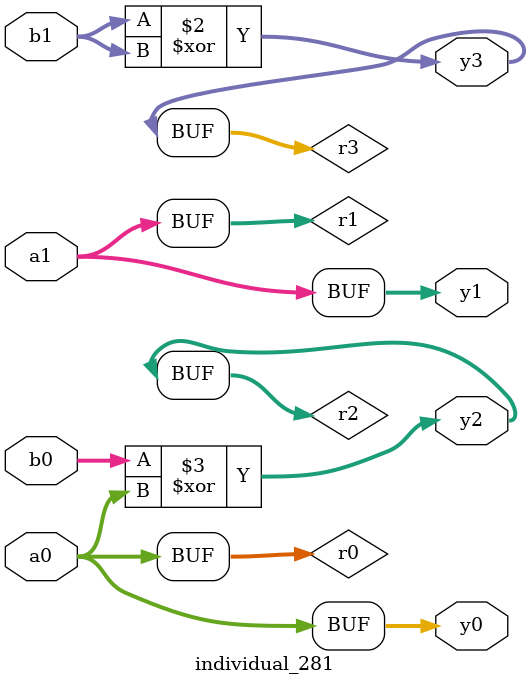
<source format=sv>
module individual_281(input logic [15:0] a1, input logic [15:0] a0, input logic [15:0] b1, input logic [15:0] b0, output logic [15:0] y3, output logic [15:0] y2, output logic [15:0] y1, output logic [15:0] y0);
logic [15:0] r0, r1, r2, r3; 
 always@(*) begin 
	 r0 = a0; r1 = a1; r2 = b0; r3 = b1; 
 	 r3  ^=  b1 ;
 	 r2  ^=  a0 ;
 	 y3 = r3; y2 = r2; y1 = r1; y0 = r0; 
end
endmodule
</source>
